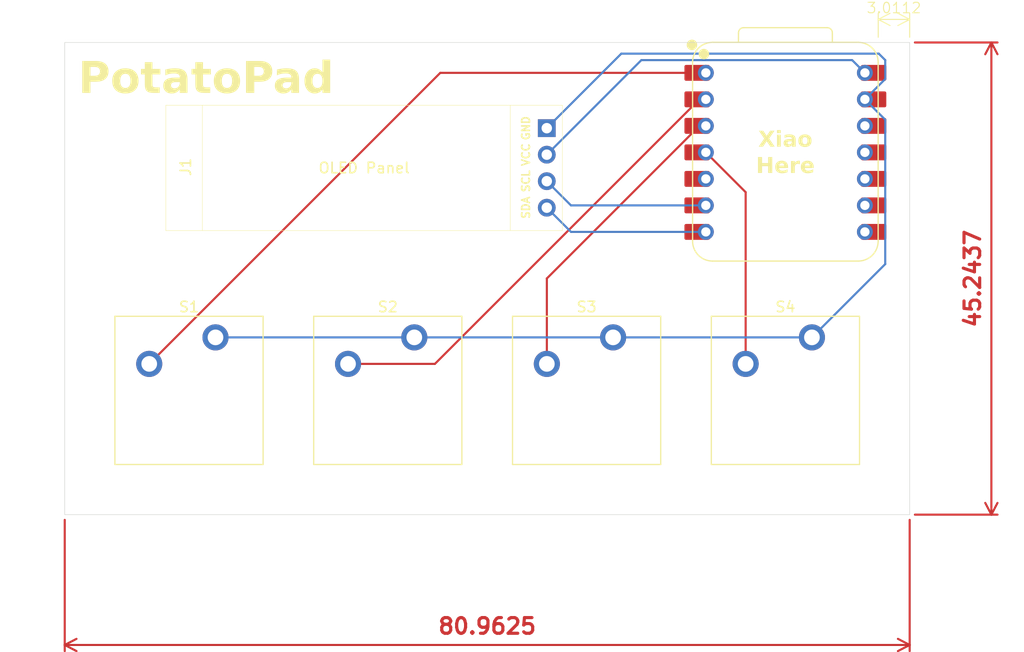
<source format=kicad_pcb>
(kicad_pcb (version 20241229) (generator "pcbnew") (generator_version "9.0")
  (layers (0 "F.Cu" signal) (2 "B.Cu" signal) (13 "F.Paste" user) (15 "B.Paste" user) (5 "F.SilkS" user "F.Silkscreen") (7 "B.SilkS" user "B.Silkscreen") (1 "F.Mask" user) (3 "B.Mask" user) (25 "Edge.Cuts" user))
  (net 0 "")
  (net 1 "SCL")
  (net 2 "+5V")
  (net 3 "GND")
  (net 4 "SDA")
  (net 10 "S 1")
  (net 11 "S 2")
  (net 12 "S 3")
  (net 13 "S 4")
  (footprint "ScottoKeebs_MX:MX_PCB_1.00u" (layer "F.Cu") (at 123.825 76.2)
    (property "Reference" "S4" (at 0 -8 0) (layer "F.SilkS"))
    (property "Value" "Keyswitch")
    (fp_line (start -7.1 -7.1) (end -7.1 7.1) (stroke (width 0.12)) (layer "F.SilkS"))
    (fp_line (start -7.1 7.1) (end 7.1 7.1) (stroke (width 0.12)) (layer "F.SilkS"))
    (fp_line (start 7.1 -7.1) (end -7.1 -7.1) (stroke (width 0.12)) (layer "F.SilkS"))
    (fp_line (start 7.1 7.1) (end 7.1 -7.1) (stroke (width 0.12)) (layer "F.SilkS"))
    (pad "" np_thru_hole circle (at -5.08 0) (size 1.75 1.75) (drill 1.75) (layers "*.Cu" "*.Mask"))
    (pad "" np_thru_hole circle (at 0 0) (size 4 4) (drill 4) (layers "*.Cu" "*.Mask"))
    (pad "" np_thru_hole circle (at 5.08 0) (size 1.75 1.75) (drill 1.75) (layers "*.Cu" "*.Mask"))
    (pad "1" thru_hole circle (at -3.81 -2.54) (size 2.5 2.5) (drill 1.5) (layers "*.Cu" "*.Mask") (net 13 "S 4"))
    (pad "2" thru_hole circle (at 2.54 -5.08) (size 2.5 2.5) (drill 1.5) (layers "*.Cu" "*.Mask") (net 3 "GND"))
  )
  (footprint "OPL:XIAO-RP2040-DIP" (layer "F.Cu") (at 123.82 53.3925)
    (property "Reference" "U2" (hide yes))
    (property "Value" "XIAO-RP2040-DIP")
    (fp_line (start -8.89 8.509) (end -8.89 -8.636) (stroke (width 0.127)) (layer "F.SilkS"))
    (fp_line (start -6.985 10.414) (end 6.985 10.414) (stroke (width 0.127)) (layer "F.SilkS"))
    (fp_line (start -4.495 -10.541) (end -4.491272 -11.451272) (stroke (width 0.127)) (layer "F.SilkS"))
    (fp_line (start -3.991272 -11.951) (end 4.004 -11.951) (stroke (width 0.127)) (layer "F.SilkS"))
    (fp_line (start 4.504 -11.451) (end 4.504 -10.541) (stroke (width 0.127)) (layer "F.SilkS"))
    (fp_line (start 6.985 -10.541) (end -6.985 -10.541) (stroke (width 0.1)) (layer "F.SilkS"))
    (fp_line (start 6.985 -10.541) (end -6.985 -10.541) (stroke (width 0.127)) (layer "F.SilkS"))
    (fp_line (start 8.89 8.509) (end 8.89 -8.636) (stroke (width 0.127)) (layer "F.SilkS"))
    (fp_arc (start -8.89 -8.636) (mid -8.332038 -9.983038) (end -6.985 -10.541) (stroke (width 0.127)) (layer "F.SilkS"))
    (fp_arc (start -6.985 10.414) (mid -8.332038 9.856038) (end -8.89 8.509) (stroke (width 0.127)) (layer "F.SilkS"))
    (fp_arc (start -4.491272 -11.451272) (mid -4.344728 -11.80464) (end -3.991272 -11.951) (stroke (width 0.127)) (layer "F.SilkS"))
    (fp_arc (start 4.004 -11.951) (mid 4.357553 -11.804553) (end 4.504 -11.451) (stroke (width 0.127)) (layer "F.SilkS"))
    (fp_arc (start 6.985 -10.541) (mid 8.332038 -9.983038) (end 8.89 -8.636) (stroke (width 0.127)) (layer "F.SilkS"))
    (fp_arc (start 8.89 8.509) (mid 8.332038 9.856038) (end 6.985 10.414) (stroke (width 0.127)) (layer "F.SilkS"))
    (fp_circle (center -8.95 -10.3) (end -8.95 -10.554) (stroke (width 0.5)) (fill yes) (layer "F.SilkS"))
    (fp_circle (center -7.807 -9.42) (end -7.807 -9.674) (stroke (width 0.5)) (fill yes) (layer "F.SilkS"))
    (pad "1" smd roundrect (at -8.455 -7.62 180) (size 2.432 1.524) (layers "F.Cu" "F.Mask") (roundrect_rratio 0.1) (net 10 "S 1"))
    (pad "1" thru_hole circle (at -7.62 -7.62 180) (size 1.524 1.524) (drill 0.889) (layers "*.Cu" "*.Mask") (net 10 "S 1"))
    (pad "2" smd roundrect (at -8.455 -5.08 180) (size 2.432 1.524) (layers "F.Cu" "F.Mask") (roundrect_rratio 0.1) (net 11 "S 2"))
    (pad "2" thru_hole circle (at -7.62 -5.08 180) (size 1.524 1.524) (drill 0.889) (layers "*.Cu" "*.Mask") (net 11 "S 2"))
    (pad "3" smd roundrect (at -8.455 -2.54 180) (size 2.432 1.524) (layers "F.Cu" "F.Mask") (roundrect_rratio 0.1) (net 12 "S 3"))
    (pad "3" thru_hole circle (at -7.62 -2.54 180) (size 1.524 1.524) (drill 0.889) (layers "*.Cu" "*.Mask") (net 12 "S 3"))
    (pad "4" smd roundrect (at -8.455 0 180) (size 2.432 1.524) (layers "F.Cu" "F.Mask") (roundrect_rratio 0.1) (net 13 "S 4"))
    (pad "4" thru_hole circle (at -7.62 0 180) (size 1.524 1.524) (drill 0.889) (layers "*.Cu" "*.Mask") (net 13 "S 4"))
    (pad "5" smd roundrect (at -8.455 2.54 180) (size 2.432 1.524) (layers "F.Cu" "F.Mask") (roundrect_rratio 0.1))
    (pad "5" thru_hole circle (at -7.62 2.54 180) (size 1.524 1.524) (drill 0.889) (layers "*.Cu" "*.Mask"))
    (pad "6" smd roundrect (at -8.455 5.08 180) (size 2.432 1.524) (layers "F.Cu" "F.Mask") (roundrect_rratio 0.1) (net 1 "SCL"))
    (pad "6" thru_hole circle (at -7.62 5.08 180) (size 1.524 1.524) (drill 0.889) (layers "*.Cu" "*.Mask") (net 1 "SCL"))
    (pad "7" smd roundrect (at -8.455 7.62 180) (size 2.432 1.524) (layers "F.Cu" "F.Mask") (roundrect_rratio 0.1) (net 4 "SDA"))
    (pad "7" thru_hole circle (at -7.62 7.62 180) (size 1.524 1.524) (drill 0.889) (layers "*.Cu" "*.Mask") (net 4 "SDA"))
    (pad "8" thru_hole circle (at 7.62 7.62) (size 1.524 1.524) (drill 0.889) (layers "*.Cu" "*.Mask"))
    (pad "8" smd roundrect (at 8.455 7.62) (size 2.432 1.524) (layers "F.Cu" "F.Mask") (roundrect_rratio 0.1))
    (pad "9" thru_hole circle (at 7.62 5.08) (size 1.524 1.524) (drill 0.889) (layers "*.Cu" "*.Mask"))
    (pad "9" smd roundrect (at 8.455 5.08) (size 2.432 1.524) (layers "F.Cu" "F.Mask") (roundrect_rratio 0.1))
    (pad "10" thru_hole circle (at 7.62 2.54) (size 1.524 1.524) (drill 0.889) (layers "*.Cu" "*.Mask"))
    (pad "10" smd roundrect (at 8.455 2.54) (size 2.432 1.524) (layers "F.Cu" "F.Mask") (roundrect_rratio 0.1))
    (pad "11" thru_hole circle (at 7.62 0) (size 1.524 1.524) (drill 0.889) (layers "*.Cu" "*.Mask"))
    (pad "11" smd roundrect (at 8.455 0) (size 2.432 1.524) (layers "F.Cu" "F.Mask") (roundrect_rratio 0.1))
    (pad "12" thru_hole circle (at 7.62 -2.54) (size 1.524 1.524) (drill 0.889) (layers "*.Cu" "*.Mask"))
    (pad "12" smd roundrect (at 8.455 -2.54) (size 2.432 1.524) (layers "F.Cu" "F.Mask") (roundrect_rratio 0.1))
    (pad "13" thru_hole circle (at 7.62 -5.08) (size 1.524 1.524) (drill 0.889) (layers "*.Cu" "*.Mask") (net 3 "GND"))
    (pad "13" smd roundrect (at 8.455 -5.08) (size 2.432 1.524) (layers "F.Cu" "F.Mask") (roundrect_rratio 0.1) (net 3 "GND"))
    (pad "14" thru_hole circle (at 7.62 -7.62) (size 1.524 1.524) (drill 0.889) (layers "*.Cu" "*.Mask") (net 2 "+5V"))
    (pad "14" smd roundrect (at 8.455 -7.62) (size 2.432 1.524) (layers "F.Cu" "F.Mask") (roundrect_rratio 0.1) (net 2 "+5V"))
  )
  (footprint "ScottoKeebs_MX:MX_PCB_1.00u" (layer "F.Cu") (at 85.725 76.2)
    (property "Reference" "S2" (at 0 -8 0) (layer "F.SilkS"))
    (property "Value" "Keyswitch")
    (fp_line (start -7.1 -7.1) (end -7.1 7.1) (stroke (width 0.12)) (layer "F.SilkS"))
    (fp_line (start -7.1 7.1) (end 7.1 7.1) (stroke (width 0.12)) (layer "F.SilkS"))
    (fp_line (start 7.1 -7.1) (end -7.1 -7.1) (stroke (width 0.12)) (layer "F.SilkS"))
    (fp_line (start 7.1 7.1) (end 7.1 -7.1) (stroke (width 0.12)) (layer "F.SilkS"))
    (pad "" np_thru_hole circle (at -5.08 0) (size 1.75 1.75) (drill 1.75) (layers "*.Cu" "*.Mask"))
    (pad "" np_thru_hole circle (at 0 0) (size 4 4) (drill 4) (layers "*.Cu" "*.Mask"))
    (pad "" np_thru_hole circle (at 5.08 0) (size 1.75 1.75) (drill 1.75) (layers "*.Cu" "*.Mask"))
    (pad "1" thru_hole circle (at -3.81 -2.54) (size 2.5 2.5) (drill 1.5) (layers "*.Cu" "*.Mask") (net 11 "S 2"))
    (pad "2" thru_hole circle (at 2.54 -5.08) (size 2.5 2.5) (drill 1.5) (layers "*.Cu" "*.Mask") (net 3 "GND"))
  )
  (footprint "ScottoKeebs_MX:MX_PCB_1.00u" (layer "F.Cu") (at 104.775 76.2)
    (property "Reference" "S3" (at 0 -8 0) (layer "F.SilkS"))
    (property "Value" "Keyswitch")
    (fp_line (start -7.1 -7.1) (end -7.1 7.1) (stroke (width 0.12)) (layer "F.SilkS"))
    (fp_line (start -7.1 7.1) (end 7.1 7.1) (stroke (width 0.12)) (layer "F.SilkS"))
    (fp_line (start 7.1 -7.1) (end -7.1 -7.1) (stroke (width 0.12)) (layer "F.SilkS"))
    (fp_line (start 7.1 7.1) (end 7.1 -7.1) (stroke (width 0.12)) (layer "F.SilkS"))
    (pad "" np_thru_hole circle (at -5.08 0) (size 1.75 1.75) (drill 1.75) (layers "*.Cu" "*.Mask"))
    (pad "" np_thru_hole circle (at 0 0) (size 4 4) (drill 4) (layers "*.Cu" "*.Mask"))
    (pad "" np_thru_hole circle (at 5.08 0) (size 1.75 1.75) (drill 1.75) (layers "*.Cu" "*.Mask"))
    (pad "1" thru_hole circle (at -3.81 -2.54) (size 2.5 2.5) (drill 1.5) (layers "*.Cu" "*.Mask") (net 12 "S 3"))
    (pad "2" thru_hole circle (at 2.54 -5.08) (size 2.5 2.5) (drill 1.5) (layers "*.Cu" "*.Mask") (net 3 "GND"))
  )
  (footprint "0.91 OLED Display:SSD1306-0.91-OLED-4pin-128x32" (layer "F.Cu") (at 64.45875 48.88375)
    (property "Reference" "J1" (at 1.9 5.91 90) (layer "F.SilkS"))
    (property "Value" "Conn_01x04")
    (fp_line (start 0 0) (end 0 12) (stroke (width 0.04)) (layer "F.SilkS"))
    (fp_line (start 0 12) (end 38 12) (stroke (width 0.04)) (layer "F.SilkS"))
    (fp_line (start 3.5 0) (end 3.5 12) (stroke (width 0.04)) (layer "F.SilkS"))
    (fp_line (start 33 0) (end 33 12) (stroke (width 0.04)) (layer "F.SilkS"))
    (fp_line (start 38 0) (end 0 0) (stroke (width 0.04)) (layer "F.SilkS"))
    (fp_line (start 38 12) (end 38 0) (stroke (width 0.04)) (layer "F.SilkS"))
    (fp_text user "VCC" (at 34.5 4.73 270) (layer "F.SilkS") (effects (font (size 0.75 0.75))))
    (fp_text user "SCL" (at 34.5 7.27 270) (layer "F.SilkS") (effects (font (size 0.75 0.75))))
    (fp_text user "OLED Panel" (at 19 6 0) (layer "F.SilkS"))
    (fp_text user "SDA" (at 34.5 9.81 270) (layer "F.SilkS") (effects (font (size 0.75 0.75))))
    (fp_text user "GND" (at 34.5 2.19 270) (layer "F.SilkS") (effects (font (size 0.75 0.75))))
    (pad "1" thru_hole rect (at 36.5 2.19) (size 1.7 1.7) (drill 1) (layers "*.Cu" "*.Mask") (net 3 "GND"))
    (pad "2" thru_hole oval (at 36.5 4.73) (size 1.7 1.7) (drill 1) (layers "*.Cu" "*.Mask") (net 2 "+5V"))
    (pad "3" thru_hole oval (at 36.5 7.27) (size 1.7 1.7) (drill 1) (layers "*.Cu" "*.Mask") (net 1 "SCL"))
    (pad "4" thru_hole oval (at 36.5 9.81) (size 1.7 1.7) (drill 1) (layers "*.Cu" "*.Mask") (net 4 "SDA"))
  )
  (footprint "ScottoKeebs_MX:MX_PCB_1.00u" (layer "F.Cu") (at 66.675 76.2)
    (property "Reference" "S1" (at 0 -8 0) (layer "F.SilkS"))
    (property "Value" "Keyswitch")
    (fp_line (start -7.1 -7.1) (end -7.1 7.1) (stroke (width 0.12)) (layer "F.SilkS"))
    (fp_line (start -7.1 7.1) (end 7.1 7.1) (stroke (width 0.12)) (layer "F.SilkS"))
    (fp_line (start 7.1 -7.1) (end -7.1 -7.1) (stroke (width 0.12)) (layer "F.SilkS"))
    (fp_line (start 7.1 7.1) (end 7.1 -7.1) (stroke (width 0.12)) (layer "F.SilkS"))
    (pad "" np_thru_hole circle (at -5.08 0) (size 1.75 1.75) (drill 1.75) (layers "*.Cu" "*.Mask"))
    (pad "" np_thru_hole circle (at 0 0) (size 4 4) (drill 4) (layers "*.Cu" "*.Mask"))
    (pad "" np_thru_hole circle (at 5.08 0) (size 1.75 1.75) (drill 1.75) (layers "*.Cu" "*.Mask"))
    (pad "1" thru_hole circle (at -3.81 -2.54) (size 2.5 2.5) (drill 1.5) (layers "*.Cu" "*.Mask") (net 10 "S 1"))
    (pad "2" thru_hole circle (at 2.54 -5.08) (size 2.5 2.5) (drill 1.5) (layers "*.Cu" "*.Mask") (net 3 "GND"))
  )
  (gr_rect (start 54.76875 42.8625) (end 135.73125 88.10625) (stroke (width 0.05)) (fill no) (layer "Edge.Cuts"))
  (gr_text "Xiao\nHere" (at 123.82 55.6225 0) (layer "F.SilkS") (effects (font (size 1.5 1.5) (thickness 0.3) (bold yes)) (justify bottom)))
  (gr_text "PotatoPad" (at 56.06 48.2025 0) (layer "F.SilkS") (effects (font (size 3 3) (thickness 0.3) (bold yes)) (justify left bottom)))
  (dimension (type orthogonal) (layer "F.Cu") (pts (xy 135.73125 42.8625) (xy 135.73125 88.10625)) (height 7.82875) (orientation 1) (format (prefix "") (suffix "") (units 3) (units_format 0) (precision 4) (suppress_zeroes yes)) (style (thickness 0.2) (arrow_length 1.27) (text_position_mode 0) (arrow_direction outward) (extension_height 0.58642) (extension_offset 0.5) (keep_text_aligned yes)) (gr_text "45.2437" (at 141.76 65.484375 90) (layer "F.Cu") (effects (font (size 1.5 1.5) (thickness 0.3)))))
  (dimension (type orthogonal) (layer "F.Cu") (pts (xy 135.73125 88.10625) (xy 54.76875 88.10625)) (height 12.48625) (orientation 0) (format (prefix "") (suffix "") (units 3) (units_format 0) (precision 4) (suppress_zeroes yes)) (style (thickness 0.2) (arrow_length 1.27) (text_position_mode 0) (arrow_direction outward) (extension_height 0.58642) (extension_offset 0.5) (keep_text_aligned yes)) (gr_text "80.9625" (at 95.25 98.7925 0) (layer "F.Cu") (effects (font (size 1.5 1.5) (thickness 0.3)))))
  (dimension (type orthogonal) (layer "F.SilkS") (pts (xy 135.73125 42.8625) (xy 132.72 42.8625)) (height -2.21) (orientation 0) (format (prefix "") (suffix "") (units 3) (units_format 0) (precision 4) (suppress_zeroes yes)) (style (thickness 0.1) (arrow_length 1.27) (text_position_mode 0) (arrow_direction outward) (extension_height 0.58642) (extension_offset 0.5) (keep_text_aligned yes)) (gr_text "3.0112" (at 134.225625 39.5525 0) (layer "F.SilkS") (effects (font (size 1 1) (thickness 0.1)))))
  (segment (start 100.95875 56.15375) (end 103.2775 58.4725) (width 0.2) (layer "B.Cu") (net 1))
  (segment (start 103.2775 58.4725) (end 116.2 58.4725) (width 0.2) (layer "B.Cu") (net 1))
  (segment (start 130.22 44.5525) (end 131.44 45.7725) (width 0.2) (layer "B.Cu") (net 2))
  (segment (start 100.95875 53.61375) (end 110.02 44.5525) (width 0.2) (layer "B.Cu") (net 2))
  (segment (start 110.02 44.5525) (end 130.22 44.5525) (width 0.2) (layer "B.Cu") (net 2))
  (segment (start 133.39 44.5525) (end 133.39 46.3625) (width 0.2) (layer "B.Cu") (net 3))
  (segment (start 69.215 71.12) (end 126.365 71.12) (width 0.2) (layer "B.Cu") (net 3))
  (segment (start 126.365 71.12) (end 133.39 64.095) (width 0.2) (layer "B.Cu") (net 3))
  (segment (start 133.39 64.095) (end 133.39 50.2625) (width 0.2) (layer "B.Cu") (net 3))
  (segment (start 133.39 50.2625) (end 131.44 48.3125) (width 0.2) (layer "B.Cu") (net 3))
  (segment (start 108.1 43.9325) (end 132.77 43.9325) (width 0.2) (layer "B.Cu") (net 3))
  (segment (start 132.77 43.9325) (end 133.39 44.5525) (width 0.2) (layer "B.Cu") (net 3))
  (segment (start 133.39 46.3625) (end 131.44 48.3125) (width 0.2) (layer "B.Cu") (net 3))
  (segment (start 100.95875 51.07375) (end 108.1 43.9325) (width 0.2) (layer "B.Cu") (net 3))
  (segment (start 100.95875 58.69375) (end 103.2775 61.0125) (width 0.2) (layer "B.Cu") (net 4))
  (segment (start 103.2775 61.0125) (end 116.2 61.0125) (width 0.2) (layer "B.Cu") (net 4))
  (segment (start 62.865 73.66) (end 90.7525 45.7725) (width 0.2) (layer "F.Cu") (net 10))
  (segment (start 90.7525 45.7725) (end 116.2 45.7725) (width 0.2) (layer "F.Cu") (net 10))
  (segment (start 115.586374 48.3125) (end 116.2 48.3125) (width 0.2) (layer "F.Cu") (net 11))
  (segment (start 81.915 73.66) (end 90.238874 73.66) (width 0.2) (layer "F.Cu") (net 11))
  (segment (start 90.238874 73.66) (end 115.586374 48.3125) (width 0.2) (layer "F.Cu") (net 11))
  (segment (start 100.965 73.66) (end 100.965 65.473874) (width 0.2) (layer "F.Cu") (net 12))
  (segment (start 115.586374 50.8525) (end 116.2 50.8525) (width 0.2) (layer "F.Cu") (net 12))
  (segment (start 100.965 65.473874) (end 115.586374 50.8525) (width 0.2) (layer "F.Cu") (net 12))
  (segment (start 120.015 73.66) (end 120.015 57.2075) (width 0.2) (layer "F.Cu") (net 13))
  (segment (start 120.015 57.2075) (end 116.2 53.3925) (width 0.2) (layer "F.Cu") (net 13))
  (segment (start 115.365 53.3925) (end 116.2 53.3925) (width 0.2) (layer "F.Cu") (net 13))
)
</source>
